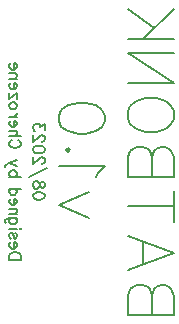
<source format=gbo>
G04 Layer: BottomSilkscreenLayer*
G04 EasyEDA v6.5.34, 2023-08-10 19:04:03*
G04 aaf764472e2f49baad615704bd9e3d85,f0aaafa8627743d499664706fb11d6fc,10*
G04 Gerber Generator version 0.2*
G04 Scale: 100 percent, Rotated: No, Reflected: No *
G04 Dimensions in millimeters *
G04 leading zeros omitted , absolute positions ,4 integer and 5 decimal *
%FSLAX45Y45*%
%MOMM*%

%ADD10C,0.2032*%

%LPD*%
D10*
X5296364Y2501900D02*
G01*
X4911493Y2501900D01*
X5296364Y2501900D02*
G01*
X5296364Y2666845D01*
X5278036Y2721825D01*
X5259710Y2740154D01*
X5223055Y2758480D01*
X5186400Y2758480D01*
X5149745Y2740154D01*
X5131419Y2721825D01*
X5113091Y2666845D01*
X5113091Y2501900D02*
G01*
X5113091Y2666845D01*
X5094765Y2721825D01*
X5076438Y2740154D01*
X5039784Y2758480D01*
X4984800Y2758480D01*
X4948146Y2740154D01*
X4929819Y2721825D01*
X4911493Y2666845D01*
X4911493Y2501900D01*
X5296364Y3026059D02*
G01*
X4911493Y2879440D01*
X5296364Y3026059D02*
G01*
X4911493Y3172675D01*
X5039784Y2934423D02*
G01*
X5039784Y3117695D01*
X5296364Y3421926D02*
G01*
X4911493Y3421926D01*
X5296364Y3293635D02*
G01*
X5296364Y3550218D01*
X5296364Y3671178D02*
G01*
X4911493Y3671178D01*
X5296364Y3671178D02*
G01*
X5296364Y3836123D01*
X5278036Y3891104D01*
X5259710Y3909430D01*
X5223055Y3927759D01*
X5186400Y3927759D01*
X5149745Y3909430D01*
X5131419Y3891104D01*
X5113091Y3836123D01*
X5113091Y3671178D02*
G01*
X5113091Y3836123D01*
X5094765Y3891104D01*
X5076438Y3909430D01*
X5039784Y3927759D01*
X4984800Y3927759D01*
X4948146Y3909430D01*
X4929819Y3891104D01*
X4911493Y3836123D01*
X4911493Y3671178D01*
X5296364Y4158681D02*
G01*
X5278036Y4122028D01*
X5241383Y4085374D01*
X5204729Y4067045D01*
X5149745Y4048719D01*
X5058110Y4048719D01*
X5003129Y4067045D01*
X4966474Y4085374D01*
X4929819Y4122028D01*
X4911493Y4158681D01*
X4911493Y4231990D01*
X4929819Y4268645D01*
X4966474Y4305300D01*
X5003129Y4323626D01*
X5058110Y4341954D01*
X5149745Y4341954D01*
X5204729Y4323626D01*
X5241383Y4305300D01*
X5278036Y4268645D01*
X5296364Y4231990D01*
X5296364Y4158681D01*
X5296364Y4462914D02*
G01*
X4911493Y4462914D01*
X5296364Y4462914D02*
G01*
X4911493Y4719495D01*
X5296364Y4719495D02*
G01*
X4911493Y4719495D01*
X5296364Y4840455D02*
G01*
X4911493Y4840455D01*
X5296364Y5097035D02*
G01*
X5039784Y4840455D01*
X5131419Y4932090D02*
G01*
X4911493Y5097035D01*
X4583874Y3327400D02*
G01*
X4327293Y3437364D01*
X4583874Y3547325D02*
G01*
X4327293Y3437364D01*
X4638855Y3668285D02*
G01*
X4657183Y3704940D01*
X4712164Y3759923D01*
X4327293Y3759923D01*
X4418929Y3899209D02*
G01*
X4400600Y3880883D01*
X4382274Y3899209D01*
X4400600Y3917535D01*
X4418929Y3899209D01*
X4712164Y4148460D02*
G01*
X4693836Y4093479D01*
X4638855Y4056824D01*
X4547219Y4038495D01*
X4492238Y4038495D01*
X4400600Y4056824D01*
X4345619Y4093479D01*
X4327293Y4148460D01*
X4327293Y4185114D01*
X4345619Y4240095D01*
X4400600Y4276750D01*
X4492238Y4295079D01*
X4547219Y4295079D01*
X4638855Y4276750D01*
X4693836Y4240095D01*
X4712164Y4185114D01*
X4712164Y4148460D01*
X4203009Y3507071D02*
G01*
X4198462Y3493437D01*
X4184827Y3484346D01*
X4162099Y3479800D01*
X4148462Y3479800D01*
X4125737Y3484346D01*
X4112099Y3493437D01*
X4107553Y3507071D01*
X4107553Y3516162D01*
X4112099Y3529799D01*
X4125737Y3538890D01*
X4148462Y3543437D01*
X4162099Y3543437D01*
X4184827Y3538890D01*
X4198462Y3529799D01*
X4203009Y3516162D01*
X4203009Y3507071D01*
X4203009Y3596162D02*
G01*
X4198462Y3582527D01*
X4189371Y3577981D01*
X4180281Y3577981D01*
X4171190Y3582527D01*
X4166646Y3591618D01*
X4162099Y3609799D01*
X4157553Y3623437D01*
X4148462Y3632527D01*
X4139371Y3637071D01*
X4125737Y3637071D01*
X4116646Y3632527D01*
X4112099Y3627981D01*
X4107553Y3614346D01*
X4107553Y3596162D01*
X4112099Y3582527D01*
X4116646Y3577981D01*
X4125737Y3573437D01*
X4139371Y3573437D01*
X4148462Y3577981D01*
X4157553Y3587071D01*
X4162099Y3600709D01*
X4166646Y3618890D01*
X4171190Y3627981D01*
X4180281Y3632527D01*
X4189371Y3632527D01*
X4198462Y3627981D01*
X4203009Y3614346D01*
X4203009Y3596162D01*
X4221190Y3748890D02*
G01*
X4075737Y3667071D01*
X4180281Y3783436D02*
G01*
X4184827Y3783436D01*
X4193918Y3787980D01*
X4198462Y3792527D01*
X4203009Y3801618D01*
X4203009Y3819799D01*
X4198462Y3828889D01*
X4193918Y3833436D01*
X4184827Y3837980D01*
X4175737Y3837980D01*
X4166646Y3833436D01*
X4153009Y3824345D01*
X4107553Y3778890D01*
X4107553Y3842527D01*
X4203009Y3899799D02*
G01*
X4198462Y3886161D01*
X4184827Y3877071D01*
X4162099Y3872527D01*
X4148462Y3872527D01*
X4125737Y3877071D01*
X4112099Y3886161D01*
X4107553Y3899799D01*
X4107553Y3908889D01*
X4112099Y3922527D01*
X4125737Y3931617D01*
X4148462Y3936161D01*
X4162099Y3936161D01*
X4184827Y3931617D01*
X4198462Y3922527D01*
X4203009Y3908889D01*
X4203009Y3899799D01*
X4180281Y3970708D02*
G01*
X4184827Y3970708D01*
X4193918Y3975252D01*
X4198462Y3979798D01*
X4203009Y3988889D01*
X4203009Y4007070D01*
X4198462Y4016161D01*
X4193918Y4020708D01*
X4184827Y4025252D01*
X4175737Y4025252D01*
X4166646Y4020708D01*
X4153009Y4011617D01*
X4107553Y3966161D01*
X4107553Y4029798D01*
X4203009Y4068889D02*
G01*
X4203009Y4118889D01*
X4166646Y4091617D01*
X4166646Y4105252D01*
X4162099Y4114345D01*
X4157553Y4118889D01*
X4143918Y4123436D01*
X4134827Y4123436D01*
X4121190Y4118889D01*
X4112099Y4109798D01*
X4107553Y4096161D01*
X4107553Y4082526D01*
X4112099Y4068889D01*
X4116646Y4064345D01*
X4125737Y4059798D01*
X3999809Y2971800D02*
G01*
X3904353Y2971800D01*
X3999809Y2971800D02*
G01*
X3999809Y3003618D01*
X3995262Y3017253D01*
X3986171Y3026346D01*
X3977081Y3030890D01*
X3963446Y3035437D01*
X3940718Y3035437D01*
X3927081Y3030890D01*
X3917990Y3026346D01*
X3908899Y3017253D01*
X3904353Y3003618D01*
X3904353Y2971800D01*
X3940718Y3065437D02*
G01*
X3940718Y3119981D01*
X3949809Y3119981D01*
X3958899Y3115437D01*
X3963446Y3110890D01*
X3967990Y3101799D01*
X3967990Y3088162D01*
X3963446Y3079071D01*
X3954353Y3069981D01*
X3940718Y3065437D01*
X3931627Y3065437D01*
X3917990Y3069981D01*
X3908899Y3079071D01*
X3904353Y3088162D01*
X3904353Y3101799D01*
X3908899Y3110890D01*
X3917990Y3119981D01*
X3954353Y3199980D02*
G01*
X3963446Y3195436D01*
X3967990Y3181799D01*
X3967990Y3168162D01*
X3963446Y3154527D01*
X3954353Y3149980D01*
X3945262Y3154527D01*
X3940718Y3163618D01*
X3936171Y3186346D01*
X3931627Y3195436D01*
X3922537Y3199980D01*
X3917990Y3199980D01*
X3908899Y3195436D01*
X3904353Y3181799D01*
X3904353Y3168162D01*
X3908899Y3154527D01*
X3917990Y3149980D01*
X3999809Y3229980D02*
G01*
X3995262Y3234527D01*
X3999809Y3239071D01*
X4004353Y3234527D01*
X3999809Y3229980D01*
X3967990Y3234527D02*
G01*
X3904353Y3234527D01*
X3967990Y3323617D02*
G01*
X3895262Y3323617D01*
X3881627Y3319071D01*
X3877081Y3314527D01*
X3872537Y3305436D01*
X3872537Y3291799D01*
X3877081Y3282708D01*
X3954353Y3323617D02*
G01*
X3963446Y3314527D01*
X3967990Y3305436D01*
X3967990Y3291799D01*
X3963446Y3282708D01*
X3954353Y3273618D01*
X3940718Y3269071D01*
X3931627Y3269071D01*
X3917990Y3273618D01*
X3908899Y3282708D01*
X3904353Y3291799D01*
X3904353Y3305436D01*
X3908899Y3314527D01*
X3917990Y3323617D01*
X3967990Y3353617D02*
G01*
X3904353Y3353617D01*
X3949809Y3353617D02*
G01*
X3963446Y3367252D01*
X3967990Y3376345D01*
X3967990Y3389980D01*
X3963446Y3399071D01*
X3949809Y3403617D01*
X3904353Y3403617D01*
X3940718Y3433617D02*
G01*
X3940718Y3488161D01*
X3949809Y3488161D01*
X3958899Y3483617D01*
X3963446Y3479071D01*
X3967990Y3469980D01*
X3967990Y3456345D01*
X3963446Y3447252D01*
X3954353Y3438161D01*
X3940718Y3433617D01*
X3931627Y3433617D01*
X3917990Y3438161D01*
X3908899Y3447252D01*
X3904353Y3456345D01*
X3904353Y3469980D01*
X3908899Y3479071D01*
X3917990Y3488161D01*
X3999809Y3572708D02*
G01*
X3904353Y3572708D01*
X3954353Y3572708D02*
G01*
X3963446Y3563617D01*
X3967990Y3554526D01*
X3967990Y3540889D01*
X3963446Y3531798D01*
X3954353Y3522708D01*
X3940718Y3518161D01*
X3931627Y3518161D01*
X3917990Y3522708D01*
X3908899Y3531798D01*
X3904353Y3540889D01*
X3904353Y3554526D01*
X3908899Y3563617D01*
X3917990Y3572708D01*
X3999809Y3672707D02*
G01*
X3904353Y3672707D01*
X3954353Y3672707D02*
G01*
X3963446Y3681798D01*
X3967990Y3690889D01*
X3967990Y3704526D01*
X3963446Y3713617D01*
X3954353Y3722707D01*
X3940718Y3727251D01*
X3931627Y3727251D01*
X3917990Y3722707D01*
X3908899Y3713617D01*
X3904353Y3704526D01*
X3904353Y3690889D01*
X3908899Y3681798D01*
X3917990Y3672707D01*
X3967990Y3761798D02*
G01*
X3904353Y3789070D01*
X3967990Y3816344D02*
G01*
X3904353Y3789070D01*
X3886172Y3779979D01*
X3877081Y3770889D01*
X3872537Y3761798D01*
X3872537Y3757251D01*
X3977081Y3984525D02*
G01*
X3986171Y3979979D01*
X3995262Y3970888D01*
X3999809Y3961798D01*
X3999809Y3943616D01*
X3995262Y3934526D01*
X3986171Y3925435D01*
X3977081Y3920888D01*
X3963446Y3916344D01*
X3940718Y3916344D01*
X3927081Y3920888D01*
X3917990Y3925435D01*
X3908899Y3934526D01*
X3904353Y3943616D01*
X3904353Y3961798D01*
X3908899Y3970888D01*
X3917990Y3979979D01*
X3927081Y3984525D01*
X3999809Y4014525D02*
G01*
X3904353Y4014525D01*
X3949809Y4014525D02*
G01*
X3963446Y4028160D01*
X3967990Y4037251D01*
X3967990Y4050888D01*
X3963446Y4059979D01*
X3949809Y4064525D01*
X3904353Y4064525D01*
X3940718Y4094525D02*
G01*
X3940718Y4149069D01*
X3949809Y4149069D01*
X3958899Y4144525D01*
X3963446Y4139979D01*
X3967990Y4130888D01*
X3967990Y4117251D01*
X3963446Y4108160D01*
X3954353Y4099069D01*
X3940718Y4094525D01*
X3931627Y4094525D01*
X3917990Y4099069D01*
X3908899Y4108160D01*
X3904353Y4117251D01*
X3904353Y4130888D01*
X3908899Y4139979D01*
X3917990Y4149069D01*
X3967990Y4179069D02*
G01*
X3904353Y4179069D01*
X3940718Y4179069D02*
G01*
X3954353Y4183616D01*
X3963446Y4192706D01*
X3967990Y4201797D01*
X3967990Y4215434D01*
X3967990Y4268160D02*
G01*
X3963446Y4259069D01*
X3954353Y4249978D01*
X3940718Y4245434D01*
X3931627Y4245434D01*
X3917990Y4249978D01*
X3908899Y4259069D01*
X3904353Y4268160D01*
X3904353Y4281797D01*
X3908899Y4290888D01*
X3917990Y4299978D01*
X3931627Y4304525D01*
X3940718Y4304525D01*
X3954353Y4299978D01*
X3963446Y4290888D01*
X3967990Y4281797D01*
X3967990Y4268160D01*
X3967990Y4384525D02*
G01*
X3904353Y4334525D01*
X3967990Y4334525D02*
G01*
X3967990Y4384525D01*
X3904353Y4334525D02*
G01*
X3904353Y4384525D01*
X3940718Y4414525D02*
G01*
X3940718Y4469069D01*
X3949809Y4469069D01*
X3958899Y4464524D01*
X3963446Y4459978D01*
X3967990Y4450887D01*
X3967990Y4437250D01*
X3963446Y4428159D01*
X3954353Y4419069D01*
X3940718Y4414525D01*
X3931627Y4414525D01*
X3917990Y4419069D01*
X3908899Y4428159D01*
X3904353Y4437250D01*
X3904353Y4450887D01*
X3908899Y4459978D01*
X3917990Y4469069D01*
X3967990Y4499068D02*
G01*
X3904353Y4499068D01*
X3949809Y4499068D02*
G01*
X3963446Y4512706D01*
X3967990Y4521796D01*
X3967990Y4535434D01*
X3963446Y4544524D01*
X3949809Y4549068D01*
X3904353Y4549068D01*
X3940718Y4579068D02*
G01*
X3940718Y4633615D01*
X3949809Y4633615D01*
X3958899Y4629068D01*
X3963446Y4624524D01*
X3967990Y4615434D01*
X3967990Y4601796D01*
X3963446Y4592706D01*
X3954353Y4583615D01*
X3940718Y4579068D01*
X3931627Y4579068D01*
X3917990Y4583615D01*
X3908899Y4592706D01*
X3904353Y4601796D01*
X3904353Y4615434D01*
X3908899Y4624524D01*
X3917990Y4633615D01*
M02*

</source>
